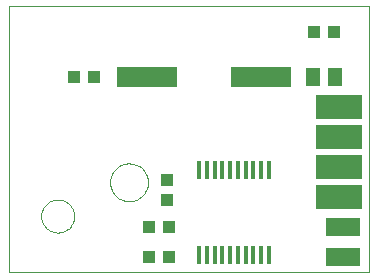
<source format=gtp>
G75*
G70*
%OFA0B0*%
%FSLAX24Y24*%
%IPPOS*%
%LPD*%
%AMOC8*
5,1,8,0,0,1.08239X$1,22.5*
%
%ADD10C,0.0000*%
%ADD11R,0.0157X0.0591*%
%ADD12R,0.2000X0.0700*%
%ADD13R,0.0433X0.0394*%
%ADD14R,0.0512X0.0591*%
%ADD15R,0.1575X0.0787*%
%ADD16R,0.1181X0.0591*%
D10*
X000282Y000282D02*
X000282Y009152D01*
X012274Y009152D01*
X012274Y000282D01*
X000282Y000282D01*
X001356Y002157D02*
X001358Y002204D01*
X001364Y002250D01*
X001374Y002296D01*
X001387Y002341D01*
X001405Y002384D01*
X001426Y002426D01*
X001450Y002466D01*
X001478Y002503D01*
X001509Y002538D01*
X001543Y002571D01*
X001579Y002600D01*
X001618Y002626D01*
X001659Y002649D01*
X001702Y002668D01*
X001746Y002684D01*
X001791Y002696D01*
X001837Y002704D01*
X001884Y002708D01*
X001930Y002708D01*
X001977Y002704D01*
X002023Y002696D01*
X002068Y002684D01*
X002112Y002668D01*
X002155Y002649D01*
X002196Y002626D01*
X002235Y002600D01*
X002271Y002571D01*
X002305Y002538D01*
X002336Y002503D01*
X002364Y002466D01*
X002388Y002426D01*
X002409Y002384D01*
X002427Y002341D01*
X002440Y002296D01*
X002450Y002250D01*
X002456Y002204D01*
X002458Y002157D01*
X002456Y002110D01*
X002450Y002064D01*
X002440Y002018D01*
X002427Y001973D01*
X002409Y001930D01*
X002388Y001888D01*
X002364Y001848D01*
X002336Y001811D01*
X002305Y001776D01*
X002271Y001743D01*
X002235Y001714D01*
X002196Y001688D01*
X002155Y001665D01*
X002112Y001646D01*
X002068Y001630D01*
X002023Y001618D01*
X001977Y001610D01*
X001930Y001606D01*
X001884Y001606D01*
X001837Y001610D01*
X001791Y001618D01*
X001746Y001630D01*
X001702Y001646D01*
X001659Y001665D01*
X001618Y001688D01*
X001579Y001714D01*
X001543Y001743D01*
X001509Y001776D01*
X001478Y001811D01*
X001450Y001848D01*
X001426Y001888D01*
X001405Y001930D01*
X001387Y001973D01*
X001374Y002018D01*
X001364Y002064D01*
X001358Y002110D01*
X001356Y002157D01*
X003652Y003282D02*
X003654Y003332D01*
X003660Y003382D01*
X003670Y003431D01*
X003684Y003479D01*
X003701Y003526D01*
X003722Y003571D01*
X003747Y003615D01*
X003775Y003656D01*
X003807Y003695D01*
X003841Y003732D01*
X003878Y003766D01*
X003918Y003796D01*
X003960Y003823D01*
X004004Y003847D01*
X004050Y003868D01*
X004097Y003884D01*
X004145Y003897D01*
X004195Y003906D01*
X004244Y003911D01*
X004295Y003912D01*
X004345Y003909D01*
X004394Y003902D01*
X004443Y003891D01*
X004491Y003876D01*
X004537Y003858D01*
X004582Y003836D01*
X004625Y003810D01*
X004666Y003781D01*
X004705Y003749D01*
X004741Y003714D01*
X004773Y003676D01*
X004803Y003636D01*
X004830Y003593D01*
X004853Y003549D01*
X004872Y003503D01*
X004888Y003455D01*
X004900Y003406D01*
X004908Y003357D01*
X004912Y003307D01*
X004912Y003257D01*
X004908Y003207D01*
X004900Y003158D01*
X004888Y003109D01*
X004872Y003061D01*
X004853Y003015D01*
X004830Y002971D01*
X004803Y002928D01*
X004773Y002888D01*
X004741Y002850D01*
X004705Y002815D01*
X004666Y002783D01*
X004625Y002754D01*
X004582Y002728D01*
X004537Y002706D01*
X004491Y002688D01*
X004443Y002673D01*
X004394Y002662D01*
X004345Y002655D01*
X004295Y002652D01*
X004244Y002653D01*
X004195Y002658D01*
X004145Y002667D01*
X004097Y002680D01*
X004050Y002696D01*
X004004Y002717D01*
X003960Y002741D01*
X003918Y002768D01*
X003878Y002798D01*
X003841Y002832D01*
X003807Y002869D01*
X003775Y002908D01*
X003747Y002949D01*
X003722Y002993D01*
X003701Y003038D01*
X003684Y003085D01*
X003670Y003133D01*
X003660Y003182D01*
X003654Y003232D01*
X003652Y003282D01*
D11*
X006631Y003709D03*
X006887Y003709D03*
X007142Y003709D03*
X007398Y003709D03*
X007654Y003709D03*
X007910Y003709D03*
X008166Y003709D03*
X008422Y003709D03*
X008678Y003709D03*
X008934Y003709D03*
X008934Y000855D03*
X008678Y000855D03*
X008422Y000855D03*
X008166Y000855D03*
X007910Y000855D03*
X007654Y000855D03*
X007398Y000855D03*
X007142Y000855D03*
X006887Y000855D03*
X006631Y000855D03*
D12*
X004882Y006782D03*
X008682Y006782D03*
D13*
X010448Y008282D03*
X011117Y008282D03*
X005532Y003367D03*
X005532Y002698D03*
X005617Y001782D03*
X004948Y001782D03*
X004948Y000782D03*
X005617Y000782D03*
X003117Y006782D03*
X002448Y006782D03*
D14*
X010408Y006782D03*
X011156Y006782D03*
D15*
X011282Y005782D03*
X011282Y004782D03*
X011282Y003782D03*
X011282Y002782D03*
D16*
X011407Y001782D03*
X011407Y000782D03*
M02*

</source>
